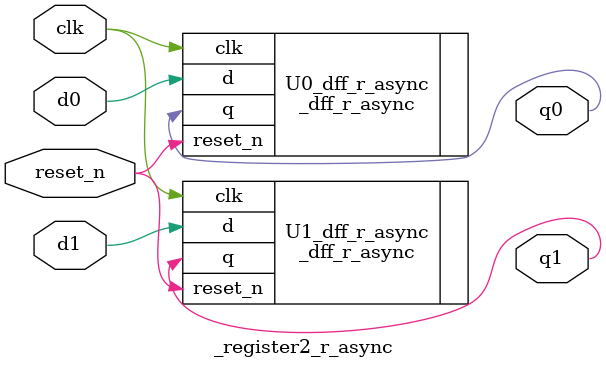
<source format=v>
module _register2_r_async(clk, reset_n, d0, d1, q0, q1);//store current state value
	input clk, reset_n, d0, d1; //set input clk, reset_n, d0,d1
	output q0, q1;//set output q0, q1
	//asynchronous d flipflop
	_dff_r_async U0_dff_r_async(.clk(clk),.reset_n(reset_n),.d(d0),.q(q0));
	_dff_r_async U1_dff_r_async(.clk(clk),.reset_n(reset_n),.d(d1),.q(q1));
endmodule

</source>
